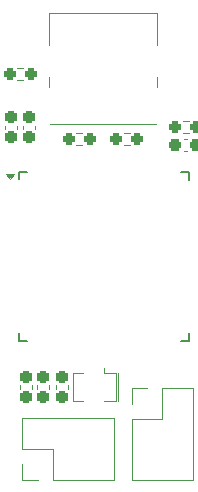
<source format=gto>
G04 #@! TF.GenerationSoftware,KiCad,Pcbnew,8.0.3*
G04 #@! TF.CreationDate,2024-06-18T14:47:19-04:00*
G04 #@! TF.ProjectId,SoarerMax,536f6172-6572-44d6-9178-2e6b69636164,rev?*
G04 #@! TF.SameCoordinates,Original*
G04 #@! TF.FileFunction,Legend,Top*
G04 #@! TF.FilePolarity,Positive*
%FSLAX46Y46*%
G04 Gerber Fmt 4.6, Leading zero omitted, Abs format (unit mm)*
G04 Created by KiCad (PCBNEW 8.0.3) date 2024-06-18 14:47:19*
%MOMM*%
%LPD*%
G01*
G04 APERTURE LIST*
G04 Aperture macros list*
%AMRoundRect*
0 Rectangle with rounded corners*
0 $1 Rounding radius*
0 $2 $3 $4 $5 $6 $7 $8 $9 X,Y pos of 4 corners*
0 Add a 4 corners polygon primitive as box body*
4,1,4,$2,$3,$4,$5,$6,$7,$8,$9,$2,$3,0*
0 Add four circle primitives for the rounded corners*
1,1,$1+$1,$2,$3*
1,1,$1+$1,$4,$5*
1,1,$1+$1,$6,$7*
1,1,$1+$1,$8,$9*
0 Add four rect primitives between the rounded corners*
20,1,$1+$1,$2,$3,$4,$5,0*
20,1,$1+$1,$4,$5,$6,$7,0*
20,1,$1+$1,$6,$7,$8,$9,0*
20,1,$1+$1,$8,$9,$2,$3,0*%
G04 Aperture macros list end*
%ADD10C,0.120000*%
%ADD11C,0.150000*%
%ADD12RoundRect,0.237500X0.250000X0.237500X-0.250000X0.237500X-0.250000X-0.237500X0.250000X-0.237500X0*%
%ADD13C,0.700000*%
%ADD14O,0.900000X2.400000*%
%ADD15O,0.900000X1.700000*%
%ADD16RoundRect,0.237500X0.300000X0.237500X-0.300000X0.237500X-0.300000X-0.237500X0.300000X-0.237500X0*%
%ADD17R,0.400000X1.900000*%
%ADD18RoundRect,0.237500X-0.237500X0.300000X-0.237500X-0.300000X0.237500X-0.300000X0.237500X0.300000X0*%
%ADD19RoundRect,0.237500X0.237500X-0.300000X0.237500X0.300000X-0.237500X0.300000X-0.237500X-0.300000X0*%
%ADD20R,1.700000X1.700000*%
%ADD21O,1.700000X1.700000*%
%ADD22R,1.500000X0.550000*%
%ADD23R,0.550000X1.500000*%
%ADD24RoundRect,0.237500X-0.250000X-0.237500X0.250000X-0.237500X0.250000X0.237500X-0.250000X0.237500X0*%
%ADD25C,0.600000*%
%ADD26C,0.500000*%
G04 APERTURE END LIST*
D10*
X147254724Y-88477500D02*
X146745276Y-88477500D01*
X147254724Y-89522500D02*
X146745276Y-89522500D01*
X142254724Y-82977500D02*
X141745276Y-82977500D01*
X142254724Y-84022500D02*
X141745276Y-84022500D01*
X144405000Y-81025000D02*
X144405000Y-78295000D01*
X144405000Y-84625000D02*
X144405000Y-83725000D01*
X153475000Y-87705000D02*
X144525000Y-87705000D01*
X153595000Y-78295000D02*
X144405000Y-78295000D01*
X153595000Y-81025000D02*
X153595000Y-78295000D01*
X153595000Y-84625000D02*
X153595000Y-83725000D01*
X156146267Y-88990000D02*
X155853733Y-88990000D01*
X156146267Y-90010000D02*
X155853733Y-90010000D01*
X146500000Y-108800000D02*
X147300000Y-108800000D01*
X146500000Y-109200000D02*
X146500000Y-108800000D01*
X146500000Y-111200000D02*
X146500000Y-109200000D01*
X147300000Y-111200000D02*
X146500000Y-111200000D01*
X149100000Y-108800000D02*
X149100000Y-108400000D01*
X149100000Y-108800000D02*
X150100000Y-108800000D01*
X150100000Y-109200000D02*
X150100000Y-108800000D01*
X150100000Y-109200000D02*
X150100000Y-111200000D01*
X150100000Y-111200000D02*
X149100000Y-111200000D01*
X150300000Y-109200000D02*
X150300000Y-108800000D01*
X150300000Y-111200000D02*
X150300000Y-109200000D01*
X142240000Y-87853733D02*
X142240000Y-88146267D01*
X143260000Y-87853733D02*
X143260000Y-88146267D01*
X144990000Y-110146267D02*
X144990000Y-109853733D01*
X146010000Y-110146267D02*
X146010000Y-109853733D01*
X143380000Y-110146267D02*
X143380000Y-109853733D01*
X144400000Y-110146267D02*
X144400000Y-109853733D01*
X142170000Y-112630000D02*
X149910000Y-112630000D01*
X142170000Y-115230000D02*
X142170000Y-112630000D01*
X142170000Y-117830000D02*
X142170000Y-116500000D01*
X143500000Y-117830000D02*
X142170000Y-117830000D01*
X144770000Y-115230000D02*
X142170000Y-115230000D01*
X144770000Y-117830000D02*
X144770000Y-115230000D01*
X144770000Y-117830000D02*
X149910000Y-117830000D01*
X149910000Y-117830000D02*
X149910000Y-112630000D01*
D11*
X141925000Y-91775000D02*
X141925000Y-92390000D01*
X141925000Y-91775000D02*
X142600000Y-91775000D01*
X141925000Y-106125000D02*
X141925000Y-105450000D01*
X141925000Y-106125000D02*
X142600000Y-106125000D01*
X156275000Y-91775000D02*
X155600000Y-91775000D01*
X156275000Y-91775000D02*
X156275000Y-92450000D01*
X156275000Y-106125000D02*
X155600000Y-106125000D01*
X156275000Y-106125000D02*
X156275000Y-105450000D01*
D10*
X141165364Y-92408886D02*
X140825364Y-91938886D01*
X141505364Y-91938886D01*
X141165364Y-92408886D01*
G36*
X141165364Y-92408886D02*
G01*
X140825364Y-91938886D01*
X141505364Y-91938886D01*
X141165364Y-92408886D01*
G37*
X141990000Y-110146267D02*
X141990000Y-109853733D01*
X143010000Y-110146267D02*
X143010000Y-109853733D01*
X155745276Y-87477500D02*
X156254724Y-87477500D01*
X155745276Y-88522500D02*
X156254724Y-88522500D01*
X140740000Y-87853733D02*
X140740000Y-88146267D01*
X141760000Y-87853733D02*
X141760000Y-88146267D01*
X151254724Y-88477500D02*
X150745276Y-88477500D01*
X151254724Y-89522500D02*
X150745276Y-89522500D01*
X151430000Y-110090000D02*
X152760000Y-110090000D01*
X151430000Y-111420000D02*
X151430000Y-110090000D01*
X151430000Y-112690000D02*
X151430000Y-117830000D01*
X151430000Y-112690000D02*
X154030000Y-112690000D01*
X151430000Y-117830000D02*
X156630000Y-117830000D01*
X154030000Y-110090000D02*
X156630000Y-110090000D01*
X154030000Y-112690000D02*
X154030000Y-110090000D01*
X156630000Y-110090000D02*
X156630000Y-117830000D01*
%LPC*%
D12*
X147912500Y-89000000D03*
X146087500Y-89000000D03*
X142912500Y-83500000D03*
X141087500Y-83500000D03*
D13*
X151975000Y-87025000D03*
X151125000Y-87025000D03*
X150275000Y-87025000D03*
X149425000Y-87025000D03*
X148575000Y-87025000D03*
X147725000Y-87025000D03*
X146875000Y-87025000D03*
X146025000Y-87025000D03*
X146025000Y-85675000D03*
X146875000Y-85675000D03*
X147725000Y-85675000D03*
X148575000Y-85675000D03*
X149425000Y-85675000D03*
X150275000Y-85675000D03*
X151125000Y-85675000D03*
X151975000Y-85675000D03*
D14*
X153325000Y-86045000D03*
D15*
X153325000Y-82665000D03*
D14*
X144675000Y-86045000D03*
D15*
X144675000Y-82665000D03*
D16*
X156862500Y-89500000D03*
X155137500Y-89500000D03*
D17*
X149500000Y-110000000D03*
X148300000Y-110000000D03*
X147100000Y-110000000D03*
D18*
X142750000Y-87137500D03*
X142750000Y-88862500D03*
D19*
X145500000Y-110862500D03*
X145500000Y-109137500D03*
X143890000Y-110862500D03*
X143890000Y-109137500D03*
D20*
X143500000Y-116500000D03*
D21*
X143500000Y-113960000D03*
X146040000Y-116500000D03*
X146040000Y-113960000D03*
X148580000Y-116500000D03*
X148580000Y-113960000D03*
D22*
X141400000Y-92950000D03*
X141400000Y-93750000D03*
X141400000Y-94550000D03*
X141400000Y-95350000D03*
X141400000Y-96150000D03*
X141400000Y-96950000D03*
X141400000Y-97750000D03*
X141400000Y-98550000D03*
X141400000Y-99350000D03*
X141400000Y-100150000D03*
X141400000Y-100950000D03*
X141400000Y-101750000D03*
X141400000Y-102550000D03*
X141400000Y-103350000D03*
X141400000Y-104150000D03*
X141400000Y-104950000D03*
D23*
X143100000Y-106650000D03*
X143900000Y-106650000D03*
X144700000Y-106650000D03*
X145500000Y-106650000D03*
X146300000Y-106650000D03*
X147100000Y-106650000D03*
X147900000Y-106650000D03*
X148700000Y-106650000D03*
X149500000Y-106650000D03*
X150300000Y-106650000D03*
X151100000Y-106650000D03*
X151900000Y-106650000D03*
X152700000Y-106650000D03*
X153500000Y-106650000D03*
X154300000Y-106650000D03*
X155100000Y-106650000D03*
D22*
X156800000Y-104950000D03*
X156800000Y-104150000D03*
X156800000Y-103350000D03*
X156800000Y-102550000D03*
X156800000Y-101750000D03*
X156800000Y-100950000D03*
X156800000Y-100150000D03*
X156800000Y-99350000D03*
X156800000Y-98550000D03*
X156800000Y-97750000D03*
X156800000Y-96950000D03*
X156800000Y-96150000D03*
X156800000Y-95350000D03*
X156800000Y-94550000D03*
X156800000Y-93750000D03*
X156800000Y-92950000D03*
D23*
X155100000Y-91250000D03*
X154300000Y-91250000D03*
X153500000Y-91250000D03*
X152700000Y-91250000D03*
X151900000Y-91250000D03*
X151100000Y-91250000D03*
X150300000Y-91250000D03*
X149500000Y-91250000D03*
X148700000Y-91250000D03*
X147900000Y-91250000D03*
X147100000Y-91250000D03*
X146300000Y-91250000D03*
X145500000Y-91250000D03*
X144700000Y-91250000D03*
X143900000Y-91250000D03*
X143100000Y-91250000D03*
D19*
X142500000Y-110862500D03*
X142500000Y-109137500D03*
D24*
X155087500Y-88000000D03*
X156912500Y-88000000D03*
D18*
X141250000Y-87137500D03*
X141250000Y-88862500D03*
D12*
X151912500Y-89000000D03*
X150087500Y-89000000D03*
D20*
X152760000Y-111420000D03*
D21*
X155300000Y-111420000D03*
X152760000Y-113960000D03*
X155300000Y-113960000D03*
X152760000Y-116500000D03*
X155300000Y-116500000D03*
D25*
X152600000Y-92900000D03*
D26*
X153700000Y-89500000D03*
X143100000Y-90100000D03*
X142900000Y-98900000D03*
X146300000Y-108000000D03*
X150800000Y-84300000D03*
X146900000Y-84700000D03*
X144400000Y-89800000D03*
X141200000Y-86000000D03*
X156900000Y-86900000D03*
X142700000Y-86000000D03*
X147000000Y-104200000D03*
X142400000Y-111900000D03*
X144500000Y-88500000D03*
X143800000Y-111900000D03*
X145300000Y-111900000D03*
X141100000Y-84700000D03*
X148200000Y-108400000D03*
X157200000Y-90600000D03*
X144800000Y-96900000D03*
X152400000Y-84300000D03*
X151000000Y-89900000D03*
X142800000Y-96100000D03*
X142800000Y-95300000D03*
X147000000Y-89800000D03*
X142950000Y-97750000D03*
X141200000Y-90900000D03*
X149500000Y-93600000D03*
X156675000Y-108525000D03*
X143300000Y-101800000D03*
X149750000Y-108182820D03*
X150300000Y-94100000D03*
X143500000Y-102600000D03*
X152800000Y-108300000D03*
X154000000Y-108300000D03*
X148500000Y-102800000D03*
X143000000Y-100200000D03*
X151100000Y-94700000D03*
X145500000Y-105200000D03*
X151500000Y-108000000D03*
%LPD*%
M02*

</source>
